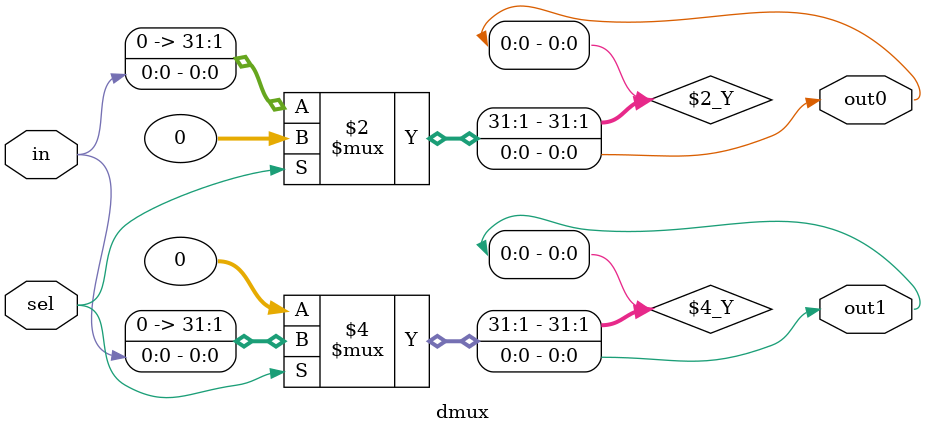
<source format=v>
module dmux(
    input in,
    input sel,
    output out0,
    output out1
);
    assign out0 = sel ? 0 : in;
    assign out1 = sel ? in : 0;
endmodule

</source>
